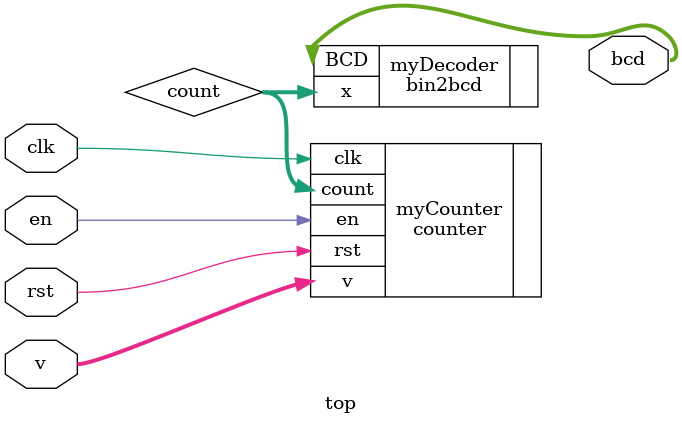
<source format=sv>
module top #(
  parameter WIDTH = 8
)(
  // interface signals
  input  logic             clk,      // clock 
  input  logic             rst,      // reset 
  input  logic             en,       // enable
  input  logic [WIDTH-1:0] v,        // value to preload
  output logic [11:0]      bcd       // count output
);

  logic  [WIDTH-1:0]       count;    // interconnect wire

counter myCounter (
  .clk (clk),
  .rst (rst),
  .en (en),
  .v (v),
  .count (count)
);

bin2bcd myDecoder (
  .x (count),
  .BCD (bcd)
);

endmodule

</source>
